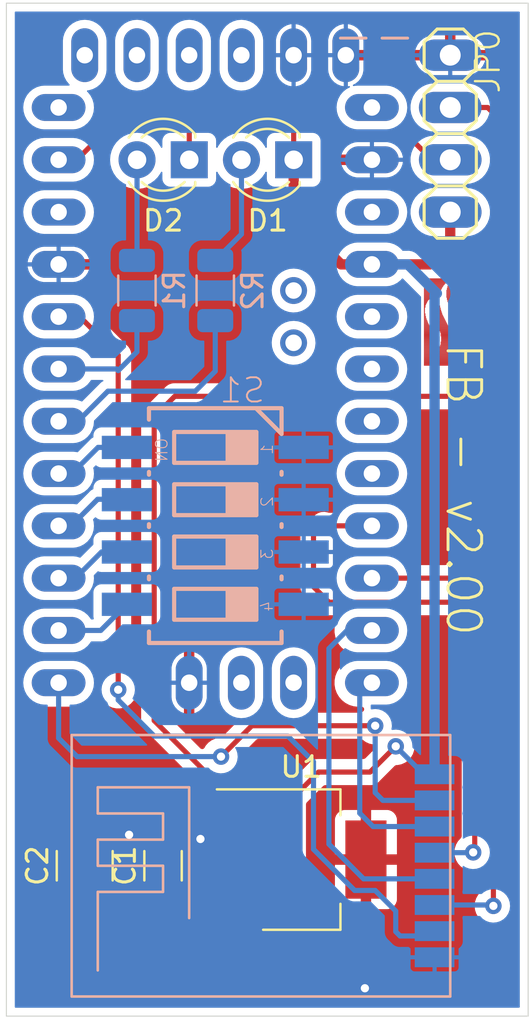
<source format=kicad_pcb>
(kicad_pcb (version 20211014) (generator pcbnew)
  (layers (0 "F.Cu" signal) (31 "B.Cu" signal) (34 "B.Paste" user) (35 "F.Paste" user) (36 "B.SilkS" user "B.Silkscreen") (37 "F.SilkS" user "F.Silkscreen") (38 "B.Mask" user) (39 "F.Mask" user) (44 "Edge.Cuts" user))
  (net 0 "")
  (net 1 "GND")
  (net 2 "Net-(C1-Pad1)")
  (net 3 "Net-(JP0-Pad3)")
  (net 4 "Net-(R1-Pad1)")
  (net 5 "Net-(R2-Pad1)")
  (net 6 "Net-(S1-Pad5)")
  (net 7 "Net-(S1-Pad6)")
  (net 8 "Net-(S1-Pad7)")
  (net 9 "Net-(S1-Pad8)")
  (net 18 "Net-(U$1-PadD2)")
  (net 19 "Net-(U$1-PadD9)")
  (net 20 "Net-(U$1-PadD10)")
  (net 21 "Net-(U$1-PadD11)")
  (net 22 "Net-(U$1-PadD12)")
  (net 23 "Net-(U$1-PadD13)")
  (net 32 "Net-(JP0-Pad2)")
  (net 33 "Net-(R2-Pad2)")
  (net 34 "Net-(R1-Pad2)")
  (footprint "LED_THT:LED_D3.0mm" (layer "F.Cu") (at 144.7061 88.0111 180)
    (fp_text reference "D2")
    (fp_text value "LED")
  )
  (footprint "TeleinfoMySensorsEBYTE2:ABK-PRO-MINI" (layer "F.Cu") (at 143.4311 91.8211)
    (fp_text reference "U$1" hide)
    (fp_text value "ABK-PRO-MINI" hide)
  )
  (footprint "Capacitor_SMD:C_1206_3216Metric" (layer "F.Cu") (at 143.4311 122.3011 90)
    (fp_text reference "C1")
    (fp_text value "100nF")
  )
  (footprint "LED_THT:LED_D3.0mm" (layer "F.Cu") (at 149.7861 88.0111 180)
    (fp_text reference "D1")
    (fp_text value "LED")
  )
  (footprint "Package_TO_SOT_SMD:SOT-223-3_TabPin2" (layer "F.Cu") (at 150.15 122)
    (fp_text reference "U1")
    (fp_text value "MCP1703A-3302_SOT223")
  )
  (footprint "Capacitor_SMD:C_1210_3225Metric" (layer "F.Cu") (at 139.6211 122.3011 90)
    (fp_text reference "C2")
    (fp_text value "10µF")
  )
  (footprint "TeleinfoMySensorsEBYTE2:1X04" (layer "F.Cu") (at 157.4011 86.7411 -90)
    (fp_text reference "JP0")
    (fp_text value "PINHD-1X4")
  )
  (footprint "TeleinfoMySensorsEBYTE2:FB" (layer "B.Cu") (at 158.75 98 180)
    (fp_text reference "U$4" hide)
    (fp_text value "" hide)
  )
  (footprint "Resistor_SMD:R_1206_3216Metric" (layer "B.Cu") (at 142.1611 94.3611 90)
    (fp_text reference "R1")
    (fp_text value "1.2k")
  )
  (footprint "TeleinfoMySensorsEBYTE2:CTS-219-04" (layer "B.Cu") (at 145.9711 105.7911 -90)
    (fp_text reference "S1")
    (fp_text value "219-04")
  )
  (footprint "TeleinfoMySensorsEBYTE2:24L01SMDEBYTE" (layer "B.Cu") (at 148.5111 122.3011 180)
    (fp_text reference "U$5" hide)
    (fp_text value "NRFL01SMSEBYTE" hide)
  )
  (footprint "Resistor_SMD:R_1206_3216Metric" (layer "B.Cu") (at 145.9711 94.3611 90)
    (fp_text reference "R2")
    (fp_text value "1.2k")
  )
  (gr_line (start 135.8111 129.6036) (end 161.1911 129.6036) (layer "Edge.Cuts") (width 0.05))
  (gr_line (start 135.8111 80.4036) (end 135.8111 129.6036) (layer "Edge.Cuts") (width 0.05))
  (gr_line (start 161.1911 129.6036) (end 161.1911 80.4036) (layer "Edge.Cuts") (width 0.05))
  (gr_line (start 161.1911 80.4036) (end 135.8111 80.4036) (layer "Edge.Cuts") (width 0.05))
  (gr_text "--" (at 155.8136 82.9311) (layer "B.SilkS") (effects (font (size 1.63576 1.63576) (thickness 0.14224)) (justify left bottom mirror)))
  (gr_text "FB - v2.00" (at 159 111.25 -90) (layer "F.SilkS") (effects (font (size 1.63576 1.63576) (thickness 0.14224)) (justify right top)))
  (segment (start 141.74841 120.8261) (end 141.778888 120.795622) (width 0.4) (layer "F.Cu") (net 1))
  (segment (start 141.809366 120.8261) (end 141.778888 120.795622) (width 0.4) (layer "F.Cu") (net 1))
  (segment (start 139.6211 120.8261) (end 141.74841 120.8261) (width 0.4) (layer "F.Cu") (net 1))
  (segment (start 153.3 128.2) (end 153.3 122) (width 0.4) (layer "F.Cu") (net 1))
  (segment (start 143.4311 120.8261) (end 145.0761 120.8261) (width 0.4) (layer "F.Cu") (net 1))
  (segment (start 143.4311 120.8261) (end 141.809366 120.8261) (width 0.4) (layer "F.Cu") (net 1))
  (segment (start 153.25 128.25) (end 153.3 128.2) (width 0.4) (layer "F.Cu") (net 1))
  (segment (start 147 122) (end 146.25 122) (width 0.4) (layer "F.Cu") (net 1))
  (segment (start 145.0761 120.8261) (end 145.25 121) (width 0.4) (layer "F.Cu") (net 1))
  (segment (start 146.25 122) (end 145.25 121) (width 0.4) (layer "F.Cu") (net 1))
  (via (at 153.25 128.25) (size 0.8) (drill 0.4) (layers "F.Cu" "B.Cu") (net 1))
  (via (at 141.778888 120.795622) (size 0.8) (drill 0.4) (layers "F.Cu" "B.Cu") (net 1))
  (via (at 145.25 121) (size 0.8) (drill 0.4) (layers "F.Cu" "B.Cu") (net 1))
  (segment (start 147 124.3) (end 143.955 124.3) (width 0.25) (layer "F.Cu") (net 2))
  (segment (start 153.5 117.75) (end 151 117.75) (width 0.25) (layer "F.Cu") (net 2))
  (segment (start 156.4089 93.0911) (end 157.5 92) (width 0.5) (layer "F.Cu") (net 2))
  (segment (start 149.75 119) (end 149.75 123.75) (width 0.25) (layer "F.Cu") (net 2))
  (segment (start 144.7061 88.0111) (end 144.7061 86.2939) (width 0.25) (layer "F.Cu") (net 2))
  (segment (start 149.75 123.75) (end 149.2 124.3) (width 0.25) (layer "F.Cu") (net 2))
  (segment (start 149.7861 86.2861) (end 149.7861 88.0111) (width 0.25) (layer "F.Cu") (net 2))
  (segment (start 149.7861 90.7861) (end 149.7861 88.0111) (width 0.5) (layer "F.Cu") (net 2))
  (segment (start 144.7061 86.2939) (end 145.5 85.5) (width 0.25) (layer "F.Cu") (net 2))
  (segment (start 143.955 124.3) (end 143.4311 123.7761) (width 0.25) (layer "F.Cu") (net 2))
  (segment (start 151 117.75) (end 149.75 119) (width 0.25) (layer "F.Cu") (net 2))
  (segment (start 145.5 85.5) (end 149 85.5) (width 0.25) (layer "F.Cu") (net 2))
  (segment (start 149.2 124.3) (end 147 124.3) (width 0.25) (layer "F.Cu") (net 2))
  (segment (start 139.6211 123.7761) (end 143.4311 123.7761) (width 0.25) (layer "F.Cu") (net 2))
  (segment (start 152.0911 93.0911) (end 149.7861 90.7861) (width 0.5) (layer "F.Cu") (net 2))
  (segment (start 157.5 92) (end 157.4011 91.9011) (width 0.5) (layer "F.Cu") (net 2))
  (segment (start 157.4011 91.9011) (end 157.4011 90.5511) (width 0.5) (layer "F.Cu") (net 2))
  (segment (start 153.5911 93.0911) (end 152.0911 93.0911) (width 0.5) (layer "F.Cu") (net 2))
  (segment (start 154.75 116.5) (end 153.5 117.75) (width 0.25) (layer "F.Cu") (net 2))
  (segment (start 149 85.5) (end 149.7861 86.2861) (width 0.25) (layer "F.Cu") (net 2))
  (segment (start 153.5911 93.0911) (end 156.4089 93.0911) (width 0.5) (layer "F.Cu") (net 2))
  (via (at 154.75 116.5) (size 0.8) (drill 0.4) (layers "F.Cu" "B.Cu") (net 2))
  (segment (start 153.5911 93.0911) (end 155.3411 93.0911) (width 0.5) (layer "B.Cu") (net 2))
  (segment (start 156.6391 94.6109) (end 156.6391 117.8561) (width 0.5) (layer "B.Cu") (net 2))
  (segment (start 156.1061 117.8561) (end 156.6391 117.8561) (width 0.25) (layer "B.Cu") (net 2))
  (segment (start 156.75 94.5) (end 156.6391 94.6109) (width 0.5) (layer "B.Cu") (net 2))
  (segment (start 154.75 116.5) (end 156.1061 117.8561) (width 0.25) (layer "B.Cu") (net 2))
  (segment (start 155.3411 93.0911) (end 156.75 94.5) (width 0.5) (layer "B.Cu") (net 2))
  (segment (start 155.25 86.75) (end 156.5111 88.0111) (width 0.25) (layer "F.Cu") (net 3))
  (segment (start 156.5111 88.0111) (end 157.4011 88.0111) (width 0.25) (layer "F.Cu") (net 3))
  (segment (start 151.75 86.75) (end 155.25 86.75) (width 0.25) (layer "F.Cu") (net 3))
  (segment (start 150 85) (end 151.75 86.75) (width 0.25) (layer "F.Cu") (net 3))
  (segment (start 138.3511 88.0111) (end 139.2389 88.0111) (width 0.25) (layer "F.Cu") (net 3))
  (segment (start 142.25 85) (end 150 85) (width 0.25) (layer "F.Cu") (net 3))
  (segment (start 139.2389 88.0111) (end 142.25 85) (width 0.25) (layer "F.Cu") (net 3))
  (segment (start 141.1711 98.1711) (end 138.3511 98.1711) (width 0.25) (layer "B.Cu") (net 4))
  (segment (start 142.1611 95.8236) (end 142.1611 97.3389) (width 0.25) (layer "B.Cu") (net 4))
  (segment (start 141.25 98.25) (end 141.1711 98.1711) (width 0.25) (layer "B.Cu") (net 4))
  (segment (start 142.1611 97.3389) (end 141.25 98.25) (width 0.25) (layer "B.Cu") (net 4))
  (segment (start 138.3511 100.7111) (end 139.2889 100.7111) (width 0.25) (layer "B.Cu") (net 5))
  (segment (start 145.9711 98.2789) (end 145.9711 95.8236) (width 0.25) (layer "B.Cu") (net 5))
  (segment (start 140.75 99.25) (end 145 99.25) (width 0.25) (layer "B.Cu") (net 5))
  (segment (start 145 99.25) (end 145.9711 98.2789) (width 0.25) (layer "B.Cu") (net 5))
  (segment (start 139.2889 100.7111) (end 140.75 99.25) (width 0.25) (layer "B.Cu") (net 5))
  (segment (start 140.4011 110.8711) (end 141.6711 109.6011) (width 0.25) (layer "B.Cu") (net 6))
  (segment (start 138.3511 110.8711) (end 140.4011 110.8711) (width 0.25) (layer "B.Cu") (net 6))
  (segment (start 138.3511 108.3311) (end 139.1689 108.3311) (width 0.25) (layer "B.Cu") (net 7))
  (segment (start 140.4389 107.0611) (end 141.6711 107.0611) (width 0.25) (layer "B.Cu") (net 7))
  (segment (start 139.1689 108.3311) (end 140.4389 107.0611) (width 0.25) (layer "B.Cu") (net 7))
  (segment (start 141.65 104.5) (end 141.6711 104.5211) (width 0.25) (layer "B.Cu") (net 8))
  (segment (start 138.3511 105.7911) (end 138.9589 105.7911) (width 0.25) (layer "B.Cu") (net 8))
  (segment (start 138.9589 105.7911) (end 140.25 104.5) (width 0.25) (layer "B.Cu") (net 8))
  (segment (start 140.25 104.5) (end 141.65 104.5) (width 0.25) (layer "B.Cu") (net 8))
  (segment (start 138.9989 103.2511) (end 140.2689 101.9811) (width 0.25) (layer "B.Cu") (net 9))
  (segment (start 140.2689 101.9811) (end 141.6711 101.9811) (width 0.25) (layer "B.Cu") (net 9))
  (segment (start 138.3511 103.2511) (end 138.9989 103.2511) (width 0.25) (layer "B.Cu") (net 9))
  (segment (start 141.25 113.75) (end 141.25 97.5) (width 0.25) (layer "F.Cu") (net 18))
  (segment (start 139.3811 95.6311) (end 138.3511 95.6311) (width 0.25) (layer "F.Cu") (net 18))
  (segment (start 141.25 97.5) (end 139.3811 95.6311) (width 0.25) (layer "F.Cu") (net 18))
  (via (at 141.25 113.75) (size 0.8) (drill 0.4) (layers "F.Cu" "B.Cu") (net 18))
  (segment (start 152.75 123.5) (end 150.75 121.5) (width 0.25) (layer "B.Cu") (net 18))
  (segment (start 156.6391 125.4761) (end 156.404091 125.711109) (width 0.25) (layer "B.Cu") (net 18))
  (segment (start 150.75 117.25) (end 149.5 116) (width 0.25) (layer "B.Cu") (net 18))
  (segment (start 141.25 114.25) (end 141.25 113.75) (width 0.25) (layer "B.Cu") (net 18))
  (segment (start 143 116) (end 141.25 114.25) (width 0.25) (layer "B.Cu") (net 18))
  (segment (start 154.961109 125.711109) (end 154.75 125.5) (width 0.25) (layer "B.Cu") (net 18))
  (segment (start 154.75 125.5) (end 154.75 124.5) (width 0.25) (layer "B.Cu") (net 18))
  (segment (start 149.5 116) (end 143 116) (width 0.25) (layer "B.Cu") (net 18))
  (segment (start 154.75 124.5) (end 153.75 123.5) (width 0.25) (layer "B.Cu") (net 18))
  (segment (start 153.75 123.5) (end 152.75 123.5) (width 0.25) (layer "B.Cu") (net 18))
  (segment (start 150.75 121.5) (end 150.75 117.25) (width 0.25) (layer "B.Cu") (net 18))
  (segment (start 156.404091 125.711109) (end 154.961109 125.711109) (width 0.25) (layer "B.Cu") (net 18))
  (segment (start 147.75 115.5) (end 146.25 117) (width 0.25) (layer "F.Cu") (net 19))
  (segment (start 153.75 115.5) (end 147.75 115.5) (width 0.25) (layer "F.Cu") (net 19))
  (via (at 146.25 117) (size 0.8) (drill 0.4) (layers "F.Cu" "B.Cu") (net 19))
  (via (at 153.75 115.5) (size 0.8) (drill 0.4) (layers "F.Cu" "B.Cu") (net 19))
  (segment (start 139.25 117) (end 138.3511 116.1011) (width 0.25) (layer "B.Cu") (net 19))
  (segment (start 146.25 117) (end 139.25 117) (width 0.25) (layer "B.Cu") (net 19))
  (segment (start 154.1261 119.1261) (end 156.6391 119.1261) (width 0.25) (layer "B.Cu") (net 19))
  (segment (start 138.3511 116.1011) (end 138.3511 113.4111) (width 0.25) (layer "B.Cu") (net 19))
  (segment (start 153.75 115.5) (end 153.75 118.75) (width 0.25) (layer "B.Cu") (net 19))
  (segment (start 153.75 118.75) (end 154.1261 119.1261) (width 0.25) (layer "B.Cu") (net 19))
  (segment (start 153 114.0022) (end 153 119.75) (width 0.25) (layer "B.Cu") (net 20))
  (segment (start 153.5911 113.4111) (end 153 114.0022) (width 0.25) (layer "B.Cu") (net 20))
  (segment (start 153 119.75) (end 153.6461 120.3961) (width 0.25) (layer "B.Cu") (net 20))
  (segment (start 153.6461 120.3961) (end 156.6391 120.3961) (width 0.25) (layer "B.Cu") (net 20))
  (segment (start 151.5 111.75) (end 151.5 121.25) (width 0.25) (layer "B.Cu") (net 21))
  (segment (start 151.5 121.25) (end 153.1861 122.9361) (width 0.25) (layer "B.Cu") (net 21))
  (segment (start 153.5911 110.8711) (end 152.3789 110.8711) (width 0.25) (layer "B.Cu") (net 21))
  (segment (start 152.3789 110.8711) (end 151.5 111.75) (width 0.25) (layer "B.Cu") (net 21))
  (segment (start 153.1861 122.9361) (end 156.6391 122.9361) (width 0.25) (layer "B.Cu") (net 21))
  (segment (start 157.4189 108.3311) (end 153.5911 108.3311) (width 0.25) (layer "F.Cu") (net 22))
  (segment (start 159.5 124.25) (end 159.5 110.25) (width 0.25) (layer "F.Cu") (net 22))
  (segment (start 157.5 108.25) (end 157.4189 108.3311) (width 0.25) (layer "F.Cu") (net 22))
  (segment (start 159.5 110.25) (end 157.5 108.25) (width 0.25) (layer "F.Cu") (net 22))
  (via (at 159.5 124.25) (size 0.8) (drill 0.4) (layers "F.Cu" "B.Cu") (net 22))
  (segment (start 159.5 124.25) (end 159.4561 124.2061) (width 0.25) (layer "B.Cu") (net 22))
  (segment (start 159.4561 124.2061) (end 156.6391 124.2061) (width 0.25) (layer "B.Cu") (net 22))
  (segment (start 158.593284 110.538142) (end 157.555142 109.5) (width 0.25) (layer "F.Cu") (net 23))
  (segment (start 151.5 109.5) (end 150.75 108.75) (width 0.25) (layer "F.Cu") (net 23))
  (segment (start 150.75 106.25) (end 151.25 105.75) (width 0.25) (layer "F.Cu") (net 23))
  (segment (start 158.516924 121.649351) (end 158.593284 121.572991) (width 0.25) (layer "F.Cu") (net 23))
  (segment (start 151.2911 105.7911) (end 153.5911 105.7911) (width 0.25) (layer "F.Cu") (net 23))
  (segment (start 158.593284 121.572991) (end 158.593284 110.538142) (width 0.25) (layer "F.Cu") (net 23))
  (segment (start 157.555142 109.5) (end 151.5 109.5) (width 0.25) (layer "F.Cu") (net 23))
  (segment (start 151.25 105.75) (end 151.2911 105.7911) (width 0.25) (layer "F.Cu") (net 23))
  (segment (start 150.75 108.75) (end 150.75 106.25) (width 0.25) (layer "F.Cu") (net 23))
  (via (at 158.516924 121.649351) (size 0.8) (drill 0.4) (layers "F.Cu" "B.Cu") (net 23))
  (segment (start 158.500175 121.6661) (end 158.516924 121.649351) (width 0.25) (layer "B.Cu") (net 23))
  (segment (start 156.6391 121.6661) (end 158.500175 121.6661) (width 0.25) (layer "B.Cu") (net 23))
  (segment (start 144 99.5) (end 158.25 99.5) (width 0.25) (layer "F.Cu") (net 32))
  (segment (start 147 119.7) (end 147 119.25) (width 0.25) (layer "F.Cu") (net 32))
  (segment (start 160 97.75) (end 160 86.25) (width 0.25) (layer "F.Cu") (net 32))
  (segment (start 160 86.25) (end 159.2211 85.4711) (width 0.25) (layer "F.Cu") (net 32))
  (segment (start 158.25 99.5) (end 160 97.75) (width 0.25) (layer "F.Cu") (net 32))
  (segment (start 159.2211 85.4711) (end 157.4011 85.4711) (width 0.25) (layer "F.Cu") (net 32))
  (segment (start 143 115.25) (end 143 100.5) (width 0.25) (layer "F.Cu") (net 32))
  (segment (start 143 100.5) (end 144 99.5) (width 0.25) (layer "F.Cu") (net 32))
  (segment (start 147 119.25) (end 143 115.25) (width 0.25) (layer "F.Cu") (net 32))
  (segment (start 147.2461 91.6236) (end 145.9711 92.8986) (width 0.25) (layer "B.Cu") (net 33))
  (segment (start 147.2461 88.0111) (end 147.2461 91.6236) (width 0.25) (layer "B.Cu") (net 33))
  (segment (start 142.1611 92.8986) (end 142.1661 92.8936) (width 0.25) (layer "B.Cu") (net 34))
  (segment (start 142.1661 92.8936) (end 142.1661 88.0111) (width 0.25) (layer "B.Cu") (net 34))
  (zone (net 1) (net_name "GND") (layer "F.Cu") (connect_pads (clearance 0.508)) (min_thickness 0.254) (fill yes (thermal_gap 0.508) (thermal_bridge_width 0.508))
    (polygon (pts (xy 161.25 129.5) (xy 135.5 129.5) (xy 135.75 80.25) (xy 161 80.25)))
  )
  (zone (net 1) (net_name "GND") (layer "B.Cu") (priority 6) (connect_pads (clearance 0.4064)) (min_thickness 0.0762) (fill yes (thermal_gap 0.2024) (thermal_bridge_width 0.2024))
    (polygon (pts (xy 161.2873 129.9973) (xy 135.7349 129.9973) (xy 135.7349 80.3149) (xy 161.2873 80.3149)))
  )
)
</source>
